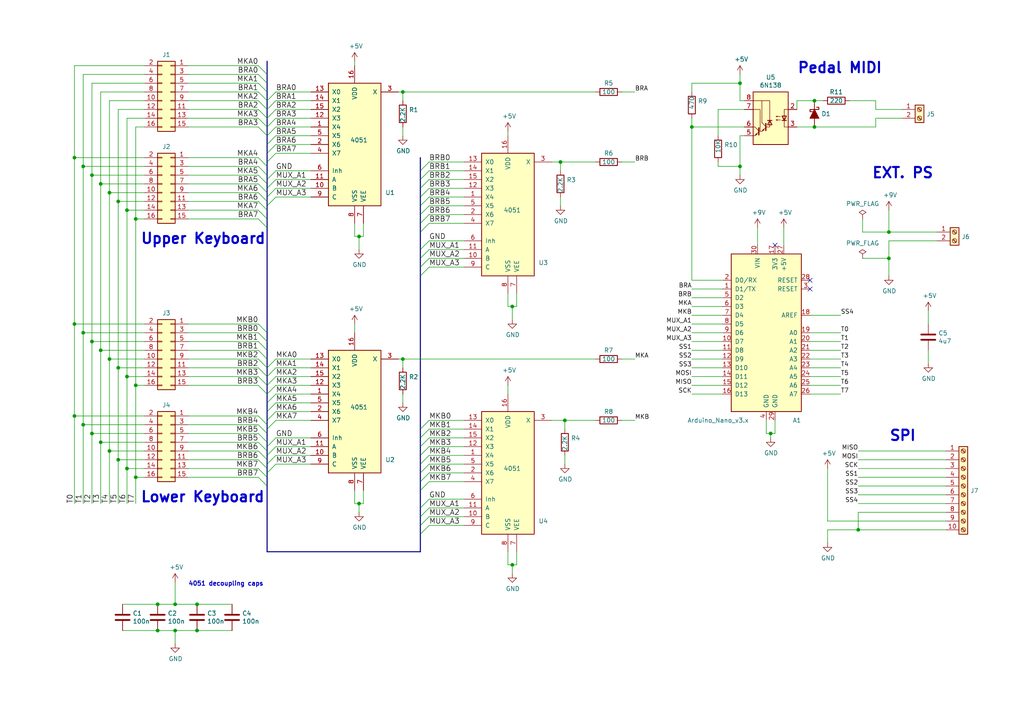
<source format=kicad_sch>
(kicad_sch (version 20211123) (generator eeschema)
  (paper "A4")
  (title_block (title "Keyboards and pedals control") (date "2019-07-22") (rev "1.0") (company "Clone Hammond B3 / setBfree MIDI controls") (comment 1 "SPI may be used to get data from future boards.") (comment 2 "A 9V external power supply may be used instead.") (comment 3 "The board is powered by the Arduino Nano USB (+5V)."))
  (junction (at 50.8 182.88))
  (junction (at 223.52 125.73))
  (junction (at 116.84 104.14))
  (junction (at 200.66 36.83))
  (junction (at 163.83 121.92))
  (junction (at 31.75 104.14))
  (junction (at 39.37 111.76))
  (junction (at 24.13 123.19))
  (junction (at 36.83 60.96))
  (junction (at 39.37 138.43))
  (junction (at 26.67 125.73))
  (junction (at 31.75 130.81))
  (junction (at 24.13 96.52))
  (junction (at 50.8 175.26))
  (junction (at 45.72 175.26))
  (junction (at 162.56 46.99))
  (junction (at 36.83 109.22))
  (junction (at 57.15 182.88))
  (junction (at 236.22 36.83))
  (junction (at 21.59 93.98))
  (junction (at 257.81 74.93))
  (junction (at 26.67 99.06))
  (junction (at 257.81 67.31))
  (junction (at 36.83 135.89))
  (junction (at 214.63 24.13))
  (junction (at 248.92 153.67))
  (junction (at 104.14 68.58))
  (junction (at 148.59 88.9))
  (junction (at 29.21 101.6))
  (junction (at 45.72 182.88))
  (junction (at 34.29 58.42))
  (junction (at 236.22 29.21))
  (junction (at 31.75 55.88))
  (junction (at 21.59 120.65))
  (junction (at 34.29 106.68))
  (junction (at 57.15 175.26))
  (junction (at 26.67 50.8))
  (junction (at 29.21 128.27))
  (junction (at 21.59 45.72))
  (junction (at 214.63 48.26))
  (junction (at 24.13 48.26))
  (junction (at 39.37 63.5))
  (junction (at 116.84 26.67))
  (junction (at 104.14 146.05))
  (junction (at 34.29 133.35))
  (junction (at 148.59 163.83))
  (junction (at 29.21 53.34))
  (no_connect (at 234.95 81.28))
  (no_connect (at 234.95 83.82))
  (no_connect (at 224.79 71.12))
  (bus_entry (at 121.92 142.24) (size 2.54 -2.54))
  (bus_entry (at 121.92 64.77) (size 2.54 -2.54))
  (bus_entry (at 77.47 57.15) (size 2.54 -2.54))
  (bus_entry (at 77.47 132.08) (size 2.54 -2.54))
  (bus_entry (at 74.93 21.59) (size 2.54 2.54))
  (bus_entry (at 77.47 116.84) (size 2.54 -2.54))
  (bus_entry (at 77.47 134.62) (size 2.54 -2.54))
  (bus_entry (at 74.93 123.19) (size 2.54 2.54))
  (bus_entry (at 74.93 45.72) (size 2.54 2.54))
  (bus_entry (at 121.92 134.62) (size 2.54 -2.54))
  (bus_entry (at 74.93 93.98) (size 2.54 2.54))
  (bus_entry (at 74.93 125.73) (size 2.54 2.54))
  (bus_entry (at 77.47 114.3) (size 2.54 -2.54))
  (bus_entry (at 74.93 128.27) (size 2.54 2.54))
  (bus_entry (at 121.92 74.93) (size 2.54 -2.54))
  (bus_entry (at 74.93 99.06) (size 2.54 2.54))
  (bus_entry (at 77.47 137.16) (size 2.54 -2.54))
  (bus_entry (at 77.47 59.69) (size 2.54 -2.54))
  (bus_entry (at 77.47 111.76) (size 2.54 -2.54))
  (bus_entry (at 121.92 139.7) (size 2.54 -2.54))
  (bus_entry (at 77.47 54.61) (size 2.54 -2.54))
  (bus_entry (at 74.93 96.52) (size 2.54 2.54))
  (bus_entry (at 74.93 106.68) (size 2.54 2.54))
  (bus_entry (at 121.92 127) (size 2.54 -2.54))
  (bus_entry (at 74.93 31.75) (size 2.54 2.54))
  (bus_entry (at 77.47 29.21) (size 2.54 -2.54))
  (bus_entry (at 121.92 77.47) (size 2.54 -2.54))
  (bus_entry (at 74.93 101.6) (size 2.54 2.54))
  (bus_entry (at 121.92 54.61) (size 2.54 -2.54))
  (bus_entry (at 77.47 39.37) (size 2.54 -2.54))
  (bus_entry (at 74.93 111.76) (size 2.54 2.54))
  (bus_entry (at 77.47 44.45) (size 2.54 -2.54))
  (bus_entry (at 121.92 154.94) (size 2.54 -2.54))
  (bus_entry (at 77.47 52.07) (size 2.54 -2.54))
  (bus_entry (at 74.93 36.83) (size 2.54 2.54))
  (bus_entry (at 74.93 53.34) (size 2.54 2.54))
  (bus_entry (at 74.93 135.89) (size 2.54 2.54))
  (bus_entry (at 121.92 149.86) (size 2.54 -2.54))
  (bus_entry (at 77.47 124.46) (size 2.54 -2.54))
  (bus_entry (at 74.93 138.43) (size 2.54 2.54))
  (bus_entry (at 121.92 132.08) (size 2.54 -2.54))
  (bus_entry (at 121.92 152.4) (size 2.54 -2.54))
  (bus_entry (at 77.47 36.83) (size 2.54 -2.54))
  (bus_entry (at 74.93 24.13) (size 2.54 2.54))
  (bus_entry (at 121.92 59.69) (size 2.54 -2.54))
  (bus_entry (at 74.93 133.35) (size 2.54 2.54))
  (bus_entry (at 77.47 34.29) (size 2.54 -2.54))
  (bus_entry (at 74.93 60.96) (size 2.54 2.54))
  (bus_entry (at 121.92 72.39) (size 2.54 -2.54))
  (bus_entry (at 121.92 137.16) (size 2.54 -2.54))
  (bus_entry (at 121.92 67.31) (size 2.54 -2.54))
  (bus_entry (at 74.93 19.05) (size 2.54 2.54))
  (bus_entry (at 74.93 26.67) (size 2.54 2.54))
  (bus_entry (at 77.47 109.22) (size 2.54 -2.54))
  (bus_entry (at 121.92 57.15) (size 2.54 -2.54))
  (bus_entry (at 74.93 34.29) (size 2.54 2.54))
  (bus_entry (at 121.92 80.01) (size 2.54 -2.54))
  (bus_entry (at 77.47 31.75) (size 2.54 -2.54))
  (bus_entry (at 74.93 109.22) (size 2.54 2.54))
  (bus_entry (at 121.92 129.54) (size 2.54 -2.54))
  (bus_entry (at 74.93 130.81) (size 2.54 2.54))
  (bus_entry (at 121.92 147.32) (size 2.54 -2.54))
  (bus_entry (at 77.47 106.68) (size 2.54 -2.54))
  (bus_entry (at 74.93 104.14) (size 2.54 2.54))
  (bus_entry (at 74.93 58.42) (size 2.54 2.54))
  (bus_entry (at 77.47 119.38) (size 2.54 -2.54))
  (bus_entry (at 77.47 41.91) (size 2.54 -2.54))
  (bus_entry (at 74.93 48.26) (size 2.54 2.54))
  (bus_entry (at 121.92 62.23) (size 2.54 -2.54))
  (bus_entry (at 77.47 46.99) (size 2.54 -2.54))
  (bus_entry (at 77.47 129.54) (size 2.54 -2.54))
  (bus_entry (at 74.93 120.65) (size 2.54 2.54))
  (bus_entry (at 121.92 52.07) (size 2.54 -2.54))
  (bus_entry (at 74.93 50.8) (size 2.54 2.54))
  (bus_entry (at 74.93 55.88) (size 2.54 2.54))
  (bus_entry (at 77.47 121.92) (size 2.54 -2.54))
  (bus_entry (at 121.92 124.46) (size 2.54 -2.54))
  (bus_entry (at 74.93 63.5) (size 2.54 2.54))
  (bus_entry (at 74.93 29.21) (size 2.54 2.54))
  (bus_entry (at 121.92 49.53) (size 2.54 -2.54))
  (wire (pts (xy 134.62 54.61) (xy 124.46 54.61)))
  (wire (pts (xy 234.95 96.52) (xy 243.84 96.52)))
  (wire (pts (xy 36.83 60.96) (xy 36.83 109.22)))
  (wire (pts (xy 90.17 31.75) (xy 80.01 31.75)))
  (wire (pts (xy 80.01 134.62) (xy 90.17 134.62)))
  (wire (pts (xy 36.83 34.29) (xy 41.91 34.29)))
  (bus (pts (xy 121.92 137.16) (xy 121.92 139.7)))
  (wire (pts (xy 248.92 153.67) (xy 274.32 153.67)))
  (wire (pts (xy 234.95 104.14) (xy 243.84 104.14)))
  (wire (pts (xy 31.75 55.88) (xy 31.75 104.14)))
  (bus (pts (xy 77.47 31.75) (xy 77.47 34.29)))
  (wire (pts (xy 29.21 128.27) (xy 41.91 128.27)))
  (bus (pts (xy 121.92 64.77) (xy 121.92 67.31)))
  (bus (pts (xy 77.47 124.46) (xy 77.47 125.73)))
  (bus (pts (xy 77.47 58.42) (xy 77.47 59.69)))
  (bus (pts (xy 77.47 34.29) (xy 77.47 36.83)))
  (wire (pts (xy 21.59 93.98) (xy 41.91 93.98)))
  (wire (pts (xy 134.62 129.54) (xy 124.46 129.54)))
  (wire (pts (xy 54.61 21.59) (xy 74.93 21.59)))
  (wire (pts (xy 200.66 36.83) (xy 200.66 81.28)))
  (bus (pts (xy 77.47 125.73) (xy 77.47 128.27)))
  (wire (pts (xy 31.75 29.21) (xy 31.75 55.88)))
  (bus (pts (xy 77.47 48.26) (xy 77.47 50.8)))
  (wire (pts (xy 257.81 67.31) (xy 257.81 60.96)))
  (wire (pts (xy 90.17 41.91) (xy 80.01 41.91)))
  (wire (pts (xy 26.67 24.13) (xy 26.67 50.8)))
  (bus (pts (xy 121.92 142.24) (xy 121.92 147.32)))
  (wire (pts (xy 54.61 96.52) (xy 74.93 96.52)))
  (wire (pts (xy 115.57 104.14) (xy 116.84 104.14)))
  (wire (pts (xy 271.78 69.85) (xy 257.81 69.85)))
  (wire (pts (xy 50.8 168.91) (xy 50.8 175.26)))
  (wire (pts (xy 116.84 106.68) (xy 116.84 104.14)))
  (wire (pts (xy 115.57 26.67) (xy 116.84 26.67)))
  (wire (pts (xy 90.17 44.45) (xy 80.01 44.45)))
  (wire (pts (xy 102.87 19.05) (xy 102.87 17.78)))
  (wire (pts (xy 116.84 116.84) (xy 116.84 114.3)))
  (wire (pts (xy 54.61 125.73) (xy 74.93 125.73)))
  (wire (pts (xy 24.13 48.26) (xy 24.13 96.52)))
  (wire (pts (xy 31.75 29.21) (xy 41.91 29.21)))
  (bus (pts (xy 77.47 57.15) (xy 77.47 58.42)))
  (bus (pts (xy 77.47 24.13) (xy 77.47 26.67)))
  (bus (pts (xy 77.47 52.07) (xy 77.47 53.34)))
  (bus (pts (xy 77.47 63.5) (xy 77.47 66.04)))
  (bus (pts (xy 77.47 160.02) (xy 121.92 160.02)))
  (wire (pts (xy 36.83 60.96) (xy 41.91 60.96)))
  (wire (pts (xy 54.61 31.75) (xy 74.93 31.75)))
  (bus (pts (xy 77.47 50.8) (xy 77.47 52.07)))
  (wire (pts (xy 90.17 116.84) (xy 80.01 116.84)))
  (wire (pts (xy 104.14 68.58) (xy 105.41 68.58)))
  (wire (pts (xy 29.21 128.27) (xy 29.21 146.05)))
  (bus (pts (xy 77.47 26.67) (xy 77.47 29.21)))
  (wire (pts (xy 29.21 101.6) (xy 29.21 128.27)))
  (wire (pts (xy 24.13 123.19) (xy 24.13 146.05)))
  (wire (pts (xy 90.17 34.29) (xy 80.01 34.29)))
  (wire (pts (xy 29.21 53.34) (xy 41.91 53.34)))
  (bus (pts (xy 121.92 52.07) (xy 121.92 54.61)))
  (wire (pts (xy 162.56 46.99) (xy 172.72 46.99)))
  (bus (pts (xy 121.92 147.32) (xy 121.92 149.86)))
  (wire (pts (xy 134.62 149.86) (xy 124.46 149.86)))
  (wire (pts (xy 248.92 146.05) (xy 274.32 146.05)))
  (wire (pts (xy 147.32 85.09) (xy 147.32 88.9)))
  (wire (pts (xy 34.29 31.75) (xy 34.29 58.42)))
  (bus (pts (xy 77.47 134.62) (xy 77.47 135.89)))
  (wire (pts (xy 214.63 50.8) (xy 214.63 48.26)))
  (wire (pts (xy 24.13 123.19) (xy 41.91 123.19)))
  (wire (pts (xy 269.24 90.17) (xy 269.24 93.98)))
  (bus (pts (xy 77.47 129.54) (xy 77.47 130.81)))
  (wire (pts (xy 134.62 121.92) (xy 124.46 121.92)))
  (wire (pts (xy 134.62 49.53) (xy 124.46 49.53)))
  (wire (pts (xy 21.59 45.72) (xy 21.59 93.98)))
  (wire (pts (xy 163.83 121.92) (xy 172.72 121.92)))
  (bus (pts (xy 77.47 55.88) (xy 77.47 57.15)))
  (bus (pts (xy 77.47 101.6) (xy 77.47 104.14)))
  (bus (pts (xy 121.92 134.62) (xy 121.92 137.16)))
  (bus (pts (xy 121.92 62.23) (xy 121.92 64.77)))
  (wire (pts (xy 54.61 29.21) (xy 74.93 29.21)))
  (wire (pts (xy 209.55 91.44) (xy 200.66 91.44)))
  (wire (pts (xy 54.61 106.68) (xy 74.93 106.68)))
  (bus (pts (xy 121.92 45.72) (xy 121.92 49.53)))
  (wire (pts (xy 50.8 182.88) (xy 57.15 182.88)))
  (wire (pts (xy 215.9 36.83) (xy 200.66 36.83)))
  (wire (pts (xy 90.17 49.53) (xy 80.01 49.53)))
  (wire (pts (xy 134.62 59.69) (xy 124.46 59.69)))
  (wire (pts (xy 24.13 21.59) (xy 24.13 48.26)))
  (wire (pts (xy 54.61 48.26) (xy 74.93 48.26)))
  (wire (pts (xy 209.55 104.14) (xy 200.66 104.14)))
  (wire (pts (xy 261.62 34.29) (xy 254 34.29)))
  (wire (pts (xy 148.59 88.9) (xy 148.59 92.71)))
  (wire (pts (xy 148.59 163.83) (xy 149.86 163.83)))
  (bus (pts (xy 77.47 135.89) (xy 77.47 137.16)))
  (wire (pts (xy 36.83 109.22) (xy 36.83 135.89)))
  (bus (pts (xy 121.92 59.69) (xy 121.92 62.23)))
  (wire (pts (xy 234.95 106.68) (xy 243.84 106.68)))
  (wire (pts (xy 54.61 45.72) (xy 74.93 45.72)))
  (wire (pts (xy 231.14 36.83) (xy 236.22 36.83)))
  (wire (pts (xy 102.87 64.77) (xy 102.87 68.58)))
  (wire (pts (xy 26.67 50.8) (xy 41.91 50.8)))
  (wire (pts (xy 274.32 143.51) (xy 248.92 143.51)))
  (wire (pts (xy 26.67 50.8) (xy 26.67 99.06)))
  (bus (pts (xy 77.47 130.81) (xy 77.47 132.08)))
  (wire (pts (xy 134.62 127) (xy 124.46 127)))
  (wire (pts (xy 240.03 135.89) (xy 240.03 151.13)))
  (wire (pts (xy 90.17 121.92) (xy 80.01 121.92)))
  (wire (pts (xy 102.87 142.24) (xy 102.87 146.05)))
  (wire (pts (xy 209.55 114.3) (xy 200.66 114.3)))
  (bus (pts (xy 121.92 124.46) (xy 121.92 127)))
  (bus (pts (xy 77.47 116.84) (xy 77.47 119.38)))
  (wire (pts (xy 208.28 31.75) (xy 208.28 39.37)))
  (bus (pts (xy 121.92 139.7) (xy 121.92 142.24)))
  (wire (pts (xy 26.67 24.13) (xy 41.91 24.13)))
  (wire (pts (xy 180.34 104.14) (xy 184.15 104.14)))
  (wire (pts (xy 257.81 80.01) (xy 257.81 74.93)))
  (wire (pts (xy 274.32 133.35) (xy 248.92 133.35)))
  (wire (pts (xy 36.83 135.89) (xy 41.91 135.89)))
  (wire (pts (xy 134.62 152.4) (xy 124.46 152.4)))
  (wire (pts (xy 50.8 186.69) (xy 50.8 182.88)))
  (wire (pts (xy 26.67 125.73) (xy 26.67 146.05)))
  (wire (pts (xy 238.76 29.21) (xy 236.22 29.21)))
  (wire (pts (xy 34.29 133.35) (xy 34.29 146.05)))
  (wire (pts (xy 36.83 135.89) (xy 36.83 146.05)))
  (wire (pts (xy 250.19 63.5) (xy 250.19 67.31)))
  (wire (pts (xy 54.61 101.6) (xy 74.93 101.6)))
  (wire (pts (xy 116.84 39.37) (xy 116.84 36.83)))
  (wire (pts (xy 134.62 147.32) (xy 124.46 147.32)))
  (wire (pts (xy 41.91 111.76) (xy 39.37 111.76)))
  (wire (pts (xy 134.62 74.93) (xy 124.46 74.93)))
  (wire (pts (xy 231.14 29.21) (xy 231.14 31.75)))
  (bus (pts (xy 77.47 114.3) (xy 77.47 116.84)))
  (bus (pts (xy 77.47 54.61) (xy 77.47 55.88)))
  (wire (pts (xy 134.62 137.16) (xy 124.46 137.16)))
  (wire (pts (xy 209.55 106.68) (xy 200.66 106.68)))
  (wire (pts (xy 248.92 135.89) (xy 274.32 135.89)))
  (wire (pts (xy 54.61 36.83) (xy 74.93 36.83)))
  (wire (pts (xy 54.61 53.34) (xy 74.93 53.34)))
  (wire (pts (xy 34.29 106.68) (xy 34.29 133.35)))
  (bus (pts (xy 77.47 66.04) (xy 77.47 96.52)))
  (wire (pts (xy 134.62 144.78) (xy 124.46 144.78)))
  (wire (pts (xy 134.62 134.62) (xy 124.46 134.62)))
  (wire (pts (xy 54.61 104.14) (xy 74.93 104.14)))
  (wire (pts (xy 250.19 74.93) (xy 257.81 74.93)))
  (wire (pts (xy 21.59 120.65) (xy 21.59 146.05)))
  (wire (pts (xy 57.15 175.26) (xy 67.31 175.26)))
  (bus (pts (xy 77.47 121.92) (xy 77.47 123.19)))
  (wire (pts (xy 36.83 109.22) (xy 41.91 109.22)))
  (wire (pts (xy 208.28 46.99) (xy 208.28 48.26)))
  (bus (pts (xy 77.47 119.38) (xy 77.47 121.92)))
  (wire (pts (xy 162.56 57.15) (xy 162.56 59.69)))
  (wire (pts (xy 223.52 125.73) (xy 223.52 127)))
  (wire (pts (xy 90.17 52.07) (xy 80.01 52.07)))
  (bus (pts (xy 77.47 39.37) (xy 77.47 41.91)))
  (wire (pts (xy 234.95 114.3) (xy 243.84 114.3)))
  (wire (pts (xy 31.75 104.14) (xy 31.75 130.81)))
  (wire (pts (xy 234.95 111.76) (xy 243.84 111.76)))
  (wire (pts (xy 90.17 114.3) (xy 80.01 114.3)))
  (wire (pts (xy 134.62 69.85) (xy 124.46 69.85)))
  (wire (pts (xy 34.29 133.35) (xy 41.91 133.35)))
  (wire (pts (xy 104.14 146.05) (xy 105.41 146.05)))
  (wire (pts (xy 147.32 114.3) (xy 147.32 111.76)))
  (wire (pts (xy 163.83 124.46) (xy 163.83 121.92)))
  (bus (pts (xy 77.47 111.76) (xy 77.47 114.3)))
  (wire (pts (xy 160.02 46.99) (xy 162.56 46.99)))
  (wire (pts (xy 104.14 68.58) (xy 104.14 72.39)))
  (wire (pts (xy 90.17 109.22) (xy 80.01 109.22)))
  (wire (pts (xy 200.66 26.67) (xy 200.66 24.13)))
  (wire (pts (xy 24.13 21.59) (xy 41.91 21.59)))
  (wire (pts (xy 124.46 77.47) (xy 134.62 77.47)))
  (wire (pts (xy 35.56 175.26) (xy 45.72 175.26)))
  (wire (pts (xy 257.81 69.85) (xy 257.81 74.93)))
  (wire (pts (xy 54.61 58.42) (xy 74.93 58.42)))
  (wire (pts (xy 54.61 93.98) (xy 74.93 93.98)))
  (wire (pts (xy 45.72 182.88) (xy 50.8 182.88)))
  (wire (pts (xy 246.38 29.21) (xy 254 29.21)))
  (wire (pts (xy 54.61 55.88) (xy 74.93 55.88)))
  (wire (pts (xy 54.61 130.81) (xy 74.93 130.81)))
  (wire (pts (xy 24.13 96.52) (xy 24.13 123.19)))
  (wire (pts (xy 54.61 128.27) (xy 74.93 128.27)))
  (bus (pts (xy 121.92 154.94) (xy 121.92 160.02)))
  (wire (pts (xy 26.67 99.06) (xy 41.91 99.06)))
  (wire (pts (xy 102.87 146.05) (xy 104.14 146.05)))
  (wire (pts (xy 134.62 124.46) (xy 124.46 124.46)))
  (bus (pts (xy 77.47 46.99) (xy 77.47 48.26)))
  (wire (pts (xy 54.61 24.13) (xy 74.93 24.13)))
  (wire (pts (xy 250.19 67.31) (xy 257.81 67.31)))
  (wire (pts (xy 147.32 88.9) (xy 148.59 88.9)))
  (wire (pts (xy 134.62 62.23) (xy 124.46 62.23)))
  (wire (pts (xy 240.03 151.13) (xy 274.32 151.13)))
  (wire (pts (xy 35.56 182.88) (xy 45.72 182.88)))
  (wire (pts (xy 41.91 63.5) (xy 39.37 63.5)))
  (wire (pts (xy 236.22 29.21) (xy 231.14 29.21)))
  (wire (pts (xy 90.17 26.67) (xy 80.01 26.67)))
  (wire (pts (xy 105.41 146.05) (xy 105.41 142.24)))
  (wire (pts (xy 180.34 26.67) (xy 184.15 26.67)))
  (wire (pts (xy 234.95 109.22) (xy 243.84 109.22)))
  (wire (pts (xy 39.37 111.76) (xy 39.37 138.43)))
  (bus (pts (xy 77.47 137.16) (xy 77.47 138.43)))
  (wire (pts (xy 24.13 48.26) (xy 41.91 48.26)))
  (wire (pts (xy 222.25 121.92) (xy 222.25 125.73)))
  (wire (pts (xy 134.62 57.15) (xy 124.46 57.15)))
  (wire (pts (xy 215.9 31.75) (xy 208.28 31.75)))
  (wire (pts (xy 254 34.29) (xy 254 36.83)))
  (wire (pts (xy 104.14 146.05) (xy 104.14 148.59)))
  (wire (pts (xy 34.29 58.42) (xy 34.29 106.68)))
  (bus (pts (xy 121.92 127) (xy 121.92 129.54)))
  (wire (pts (xy 274.32 148.59) (xy 248.92 148.59)))
  (wire (pts (xy 209.55 86.36) (xy 200.66 86.36)))
  (bus (pts (xy 121.92 72.39) (xy 121.92 74.93)))
  (wire (pts (xy 50.8 175.26) (xy 57.15 175.26)))
  (wire (pts (xy 219.71 71.12) (xy 219.71 66.04)))
  (wire (pts (xy 149.86 88.9) (xy 149.86 85.09)))
  (wire (pts (xy 209.55 101.6) (xy 200.66 101.6)))
  (wire (pts (xy 54.61 60.96) (xy 74.93 60.96)))
  (wire (pts (xy 134.62 132.08) (xy 124.46 132.08)))
  (wire (pts (xy 209.55 109.22) (xy 200.66 109.22)))
  (wire (pts (xy 54.61 120.65) (xy 74.93 120.65)))
  (wire (pts (xy 248.92 130.81) (xy 274.32 130.81)))
  (bus (pts (xy 77.47 36.83) (xy 77.47 39.37)))
  (wire (pts (xy 31.75 104.14) (xy 41.91 104.14)))
  (wire (pts (xy 39.37 63.5) (xy 39.37 111.76)))
  (wire (pts (xy 57.15 182.88) (xy 67.31 182.88)))
  (wire (pts (xy 54.61 19.05) (xy 74.93 19.05)))
  (wire (pts (xy 234.95 91.44) (xy 243.84 91.44)))
  (wire (pts (xy 31.75 130.81) (xy 31.75 146.05)))
  (wire (pts (xy 26.67 99.06) (xy 26.67 125.73)))
  (wire (pts (xy 24.13 96.52) (xy 41.91 96.52)))
  (wire (pts (xy 31.75 55.88) (xy 41.91 55.88)))
  (wire (pts (xy 41.91 36.83) (xy 39.37 36.83)))
  (wire (pts (xy 271.78 67.31) (xy 257.81 67.31)))
  (wire (pts (xy 21.59 120.65) (xy 41.91 120.65)))
  (wire (pts (xy 54.61 63.5) (xy 74.93 63.5)))
  (wire (pts (xy 31.75 130.81) (xy 41.91 130.81)))
  (wire (pts (xy 240.03 153.67) (xy 240.03 157.48)))
  (wire (pts (xy 240.03 153.67) (xy 248.92 153.67)))
  (wire (pts (xy 90.17 36.83) (xy 80.01 36.83)))
  (wire (pts (xy 209.55 99.06) (xy 200.66 99.06)))
  (bus (pts (xy 77.47 109.22) (xy 77.47 111.76)))
  (wire (pts (xy 200.66 24.13) (xy 214.63 24.13)))
  (bus (pts (xy 121.92 54.61) (xy 121.92 57.15)))
  (wire (pts (xy 29.21 26.67) (xy 29.21 53.34)))
  (wire (pts (xy 116.84 29.21) (xy 116.84 26.67)))
  (bus (pts (xy 77.47 104.14) (xy 77.47 106.68)))
  (wire (pts (xy 214.63 24.13) (xy 214.63 21.59)))
  (bus (pts (xy 77.47 60.96) (xy 77.47 63.5)))
  (wire (pts (xy 90.17 111.76) (xy 80.01 111.76)))
  (wire (pts (xy 90.17 54.61) (xy 80.01 54.61)))
  (bus (pts (xy 121.92 152.4) (xy 121.92 154.94)))
  (wire (pts (xy 147.32 38.1) (xy 147.32 39.37)))
  (wire (pts (xy 21.59 45.72) (xy 41.91 45.72)))
  (wire (pts (xy 90.17 127) (xy 80.01 127)))
  (bus (pts (xy 77.47 128.27) (xy 77.47 129.54)))
  (wire (pts (xy 80.01 129.54) (xy 90.17 129.54)))
  (wire (pts (xy 200.66 36.83) (xy 200.66 34.29)))
  (bus (pts (xy 121.92 57.15) (xy 121.92 59.69)))
  (wire (pts (xy 234.95 99.06) (xy 243.84 99.06)))
  (bus (pts (xy 121.92 129.54) (xy 121.92 132.08)))
  (wire (pts (xy 90.17 132.08) (xy 80.01 132.08)))
  (wire (pts (xy 147.32 160.02) (xy 147.32 163.83)))
  (wire (pts (xy 54.61 111.76) (xy 74.93 111.76)))
  (wire (pts (xy 102.87 96.52) (xy 102.87 93.98)))
  (wire (pts (xy 134.62 64.77) (xy 124.46 64.77)))
  (wire (pts (xy 274.32 138.43) (xy 248.92 138.43)))
  (bus (pts (xy 77.47 99.06) (xy 77.47 101.6)))
  (wire (pts (xy 215.9 29.21) (xy 214.63 29.21)))
  (wire (pts (xy 21.59 19.05) (xy 41.91 19.05)))
  (wire (pts (xy 209.55 93.98) (xy 200.66 93.98)))
  (wire (pts (xy 54.61 109.22) (xy 74.93 109.22)))
  (wire (pts (xy 116.84 104.14) (xy 172.72 104.14)))
  (wire (pts (xy 90.17 106.68) (xy 80.01 106.68)))
  (wire (pts (xy 209.55 96.52) (xy 200.66 96.52)))
  (wire (pts (xy 116.84 26.67) (xy 172.72 26.67)))
  (wire (pts (xy 54.61 99.06) (xy 74.93 99.06)))
  (wire (pts (xy 214.63 48.26) (xy 214.63 39.37)))
  (wire (pts (xy 45.72 175.26) (xy 50.8 175.26)))
  (wire (pts (xy 234.95 101.6) (xy 243.84 101.6)))
  (wire (pts (xy 200.66 81.28) (xy 209.55 81.28)))
  (wire (pts (xy 134.62 139.7) (xy 124.46 139.7)))
  (bus (pts (xy 77.47 106.68) (xy 77.47 109.22)))
  (wire (pts (xy 29.21 53.34) (xy 29.21 101.6)))
  (wire (pts (xy 214.63 39.37) (xy 215.9 39.37)))
  (wire (pts (xy 160.02 121.92) (xy 163.83 121.92)))
  (bus (pts (xy 77.47 21.59) (xy 77.47 24.13)))
  (wire (pts (xy 227.33 71.12) (xy 227.33 66.04)))
  (wire (pts (xy 254 31.75) (xy 254 29.21)))
  (wire (pts (xy 134.62 52.07) (xy 124.46 52.07)))
  (wire (pts (xy 90.17 57.15) (xy 80.01 57.15)))
  (wire (pts (xy 223.52 125.73) (xy 224.79 125.73)))
  (bus (pts (xy 77.47 96.52) (xy 77.47 99.06)))
  (wire (pts (xy 54.61 34.29) (xy 74.93 34.29)))
  (wire (pts (xy 36.83 34.29) (xy 36.83 60.96)))
  (wire (pts (xy 34.29 106.68) (xy 41.91 106.68)))
  (wire (pts (xy 261.62 31.75) (xy 254 31.75)))
  (wire (pts (xy 41.91 138.43) (xy 39.37 138.43)))
  (wire (pts (xy 148.59 163.83) (xy 148.59 166.37)))
  (bus (pts (xy 77.47 29.21) (xy 77.47 31.75)))
  (wire (pts (xy 39.37 138.43) (xy 39.37 146.05)))
  (wire (pts (xy 34.29 58.42) (xy 41.91 58.42)))
  (wire (pts (xy 248.92 140.97) (xy 274.32 140.97)))
  (bus (pts (xy 121.92 67.31) (xy 121.92 72.39)))
  (bus (pts (xy 121.92 132.08) (xy 121.92 134.62)))
  (wire (pts (xy 54.61 138.43) (xy 74.93 138.43)))
  (bus (pts (xy 77.47 132.08) (xy 77.47 133.35)))
  (bus (pts (xy 77.47 41.91) (xy 77.47 44.45)))
  (wire (pts (xy 209.55 88.9) (xy 200.66 88.9)))
  (wire (pts (xy 148.59 88.9) (xy 149.86 88.9)))
  (wire (pts (xy 209.55 83.82) (xy 200.66 83.82)))
  (bus (pts (xy 121.92 149.86) (xy 121.92 152.4)))
  (bus (pts (xy 77.47 44.45) (xy 77.47 46.99)))
  (wire (pts (xy 54.61 133.35) (xy 74.93 133.35)))
  (wire (pts (xy 102.87 68.58) (xy 104.14 68.58)))
  (bus (pts (xy 77.47 123.19) (xy 77.47 124.46)))
  (bus (pts (xy 77.47 138.43) (xy 77.47 140.97)))
  (bus (pts (xy 77.47 17.78) (xy 77.47 21.59)))
  (wire (pts (xy 180.34 46.99) (xy 184.15 46.99)))
  (wire (pts (xy 180.34 121.92) (xy 184.15 121.92)))
  (wire (pts (xy 54.61 123.19) (xy 74.93 123.19)))
  (wire (pts (xy 29.21 26.67) (xy 41.91 26.67)))
  (wire (pts (xy 90.17 29.21) (xy 80.01 29.21)))
  (wire (pts (xy 105.41 68.58) (xy 105.41 64.77)))
  (wire (pts (xy 90.17 119.38) (xy 80.01 119.38)))
  (wire (pts (xy 124.46 72.39) (xy 134.62 72.39)))
  (wire (pts (xy 54.61 135.89) (xy 74.93 135.89)))
  (wire (pts (xy 147.32 163.83) (xy 148.59 163.83)))
  (wire (pts (xy 134.62 46.99) (xy 124.46 46.99)))
  (wire (pts (xy 209.55 111.76) (xy 200.66 111.76)))
  (wire (pts (xy 29.21 101.6) (xy 41.91 101.6)))
  (wire (pts (xy 21.59 93.98) (xy 21.59 120.65)))
  (bus (pts (xy 121.92 74.93) (xy 121.92 77.47)))
  (wire (pts (xy 236.22 36.83) (xy 254 36.83)))
  (wire (pts (xy 54.61 26.67) (xy 74.93 26.67)))
  (wire (pts (xy 39.37 36.83) (xy 39.37 63.5)))
  (wire (pts (xy 222.25 125.73) (xy 223.52 125.73)))
  (bus (pts (xy 121.92 77.47) (xy 121.92 80.01)))
  (wire (pts (xy 269.24 101.6) (xy 269.24 105.41)))
  (bus (pts (xy 121.92 49.53) (xy 121.92 52.07)))
  (wire (pts (xy 248.92 148.59) (xy 248.92 153.67)))
  (wire (pts (xy 26.67 125.73) (xy 41.91 125.73)))
  (bus (pts (xy 77.47 53.34) (xy 77.47 54.61)))
  (wire (pts (xy 90.17 39.37) (xy 80.01 39.37)))
  (wire (pts (xy 163.83 134.62) (xy 163.83 132.08)))
  (wire (pts (xy 54.61 50.8) (xy 74.93 50.8)))
  (wire (pts (xy 214.63 29.21) (xy 214.63 24.13)))
  (wire (pts (xy 149.86 163.83) (xy 149.86 160.02)))
  (wire (pts (xy 90.17 104.14) (xy 80.01 104.14)))
  (bus (pts (xy 77.47 59.69) (xy 77.47 60.96)))
  (bus (pts (xy 77.47 140.97) (xy 77.47 160.02)))
  (wire (pts (xy 34.29 31.75) (xy 41.91 31.75)))
  (wire (pts (xy 162.56 49.53) (xy 162.56 46.99)))
  (bus (pts (xy 121.92 80.01) (xy 121.92 124.46)))
  (wire (pts (xy 208.28 48.26) (xy 214.63 48.26)))
  (wire (pts (xy 224.79 125.73) (xy 224.79 121.92)))
  (wire (pts (xy 21.59 19.05) (xy 21.59 45.72)))
  (bus (pts (xy 77.47 133.35) (xy 77.47 134.62)))
  (text "SPI" (at 257.81 128.27 0) (effects (font (size 2.9972 2.9972) (thickness 0.5994) bold) (justify left bottom)))
  (text "Pedal MIDI " (at 231.14 21.59 0) (effects (font (size 2.9972 2.9972) (thickness 0.5994) bold) (justify left bottom)))
  (text "EXT. PS" (at 252.73 52.07 0) (effects (font (size 2.9972 2.9972) (thickness 0.5994) bold) (justify left bottom)))
  (text "Lower Keyboard" (at 40.64 146.05 0) (effects (font (size 2.9972 2.9972) (thickness 0.5994) bold) (justify left bottom)))
  (text "4051 decoupling caps" (at 54.61 170.18 0) (effects (font (size 1.27 1.27) (thickness 0.254) bold) (justify left bottom)))
  (text "Upper Keyboard" (at 40.64 71.12 0) (effects (font (size 2.9972 2.9972) (thickness 0.5994) bold) (justify left bottom)))
  (label "GND" (at 80.01 49.53 0) (effects (font (size 1.524 1.524))))
  (label "SS1" (at 248.92 138.43 180))
  (label "T0" (at 243.84 96.52 0))
  (label "MKB" (at 200.66 91.44 180))
  (label "BRA0" (at 80.01 26.67 0) (effects (font (size 1.524 1.524))))
  (label "BRB2" (at 74.93 106.68 180) (effects (font (size 1.524 1.524))))
  (label "MISO" (at 248.92 130.81 180))
  (label "MKA" (at 184.15 104.14 0))
  (label "MUX_A3" (at 124.46 152.4 0) (effects (font (size 1.524 1.524))))
  (label "BRB4" (at 124.46 57.15 0) (effects (font (size 1.524 1.524))))
  (label "MKB4" (at 74.93 120.65 180) (effects (font (size 1.524 1.524))))
  (label "MUX_A2" (at 124.46 74.93 0) (effects (font (size 1.524 1.524))))
  (label "MKB6" (at 124.46 137.16 0) (effects (font (size 1.524 1.524))))
  (label "BRA" (at 200.66 83.82 180))
  (label "MKB7" (at 74.93 135.89 180) (effects (font (size 1.524 1.524))))
  (label "BRB5" (at 124.46 59.69 0) (effects (font (size 1.524 1.524))))
  (label "MUX_A3" (at 124.46 77.47 0) (effects (font (size 1.524 1.524))))
  (label "MKB4" (at 124.46 132.08 0) (effects (font (size 1.524 1.524))))
  (label "MOSI" (at 248.92 133.35 180))
  (label "BRA3" (at 80.01 34.29 0) (effects (font (size 1.524 1.524))))
  (label "MKA7" (at 74.93 60.96 180) (effects (font (size 1.524 1.524))))
  (label "BRB3" (at 74.93 111.76 180) (effects (font (size 1.524 1.524))))
  (label "T1" (at 243.84 99.06 0))
  (label "MKA5" (at 80.01 116.84 0) (effects (font (size 1.524 1.524))))
  (label "GND" (at 124.46 144.78 0) (effects (font (size 1.524 1.524))))
  (label "BRA5" (at 80.01 39.37 0) (effects (font (size 1.524 1.524))))
  (label "MKA6" (at 74.93 55.88 180) (effects (font (size 1.524 1.524))))
  (label "T5" (at 34.29 146.05 90) (effects (font (size 1.524 1.524))))
  (label "MUX_A1" (at 124.46 72.39 0) (effects (font (size 1.524 1.524))))
  (label "SS3" (at 200.66 106.68 180))
  (label "MUX_A2" (at 80.01 132.08 0) (effects (font (size 1.524 1.524))))
  (label "MKB5" (at 74.93 125.73 180) (effects (font (size 1.524 1.524))))
  (label "BRA4" (at 80.01 36.83 0) (effects (font (size 1.524 1.524))))
  (label "BRA6" (at 80.01 41.91 0) (effects (font (size 1.524 1.524))))
  (label "SS4" (at 243.84 91.44 0))
  (label "MKA0" (at 74.93 19.05 180) (effects (font (size 1.524 1.524))))
  (label "BRA7" (at 74.93 63.5 180) (effects (font (size 1.524 1.524))))
  (label "MKB2" (at 124.46 127 0) (effects (font (size 1.524 1.524))))
  (label "MOSI" (at 200.66 109.22 180))
  (label "MKA2" (at 74.93 29.21 180) (effects (font (size 1.524 1.524))))
  (label "SCK" (at 200.66 114.3 180))
  (label "MUX_A1" (at 80.01 52.07 0) (effects (font (size 1.524 1.524))))
  (label "T3" (at 243.84 104.14 0))
  (label "MUX_A1" (at 124.46 147.32 0) (effects (font (size 1.524 1.524))))
  (label "SS2" (at 248.92 140.97 180))
  (label "BRB6" (at 124.46 62.23 0) (effects (font (size 1.524 1.524))))
  (label "T4" (at 243.84 106.68 0))
  (label "T4" (at 31.75 146.05 90) (effects (font (size 1.524 1.524))))
  (label "BRB0" (at 74.93 96.52 180) (effects (font (size 1.524 1.524))))
  (label "T2" (at 26.67 146.05 90) (effects (font (size 1.524 1.524))))
  (label "MKB0" (at 124.46 121.92 0) (effects (font (size 1.524 1.524))))
  (label "BRA2" (at 80.01 31.75 0) (effects (font (size 1.524 1.524))))
  (label "BRA" (at 184.15 26.67 0))
  (label "MKB" (at 184.15 121.92 0))
  (label "BRB" (at 200.66 86.36 180))
  (label "MKA7" (at 80.01 121.92 0) (effects (font (size 1.524 1.524))))
  (label "BRA7" (at 80.01 44.45 0) (effects (font (size 1.524 1.524))))
  (label "SS3" (at 248.92 143.51 180))
  (label "MKA" (at 200.66 88.9 180))
  (label "BRB0" (at 124.46 46.99 0) (effects (font (size 1.524 1.524))))
  (label "MKB5" (at 124.46 134.62 0) (effects (font (size 1.524 1.524))))
  (label "MKA1" (at 74.93 24.13 180) (effects (font (size 1.524 1.524))))
  (label "MUX_A2" (at 124.46 149.86 0) (effects (font (size 1.524 1.524))))
  (label "BRB5" (at 74.93 128.27 180) (effects (font (size 1.524 1.524))))
  (label "MKA0" (at 80.01 104.14 0) (effects (font (size 1.524 1.524))))
  (label "MKA2" (at 80.01 109.22 0) (effects (font (size 1.524 1.524))))
  (label "SS4" (at 248.92 146.05 180))
  (label "BRA6" (at 74.93 58.42 180) (effects (font (size 1.524 1.524))))
  (label "MKB1" (at 124.46 124.46 0) (effects (font (size 1.524 1.524))))
  (label "BRB1" (at 74.93 101.6 180) (effects (font (size 1.524 1.524))))
  (label "T6" (at 36.83 146.05 90) (effects (font (size 1.524 1.524))))
  (label "MKB7" (at 124.46 139.7 0) (effects (font (size 1.524 1.524))))
  (label "T7" (at 243.84 114.3 0))
  (label "MUX_A1" (at 200.66 93.98 180))
  (label "BRB3" (at 124.46 54.61 0) (effects (font (size 1.524 1.524))))
  (label "T1" (at 24.13 146.05 90) (effects (font (size 1.524 1.524))))
  (label "MKA6" (at 80.01 119.38 0) (effects (font (size 1.524 1.524))))
  (label "MKB2" (at 74.93 104.14 180) (effects (font (size 1.524 1.524))))
  (label "MKB6" (at 74.93 130.81 180) (effects (font (size 1.524 1.524))))
  (label "BRB7" (at 124.46 64.77 0) (effects (font (size 1.524 1.524))))
  (label "MKB3" (at 124.46 129.54 0) (effects (font (size 1.524 1.524))))
  (label "SS1" (at 200.66 101.6 180))
  (label "GND" (at 80.01 127 0) (effects (font (size 1.524 1.524))))
  (label "T6" (at 243.84 111.76 0))
  (label "BRA3" (at 74.93 36.83 180) (effects (font (size 1.524 1.524))))
  (label "SCK" (at 248.92 135.89 180))
  (label "MUX_A2" (at 200.66 96.52 180))
  (label "MISO" (at 200.66 111.76 180))
  (label "T2" (at 243.84 101.6 0))
  (label "T3" (at 29.21 146.05 90) (effects (font (size 1.524 1.524))))
  (label "BRA0" (at 74.93 21.59 180) (effects (font (size 1.524 1.524))))
  (label "MUX_A1" (at 80.01 129.54 0) (effects (font (size 1.524 1.524))))
  (label "T7" (at 39.37 146.05 90) (effects (font (size 1.524 1.524))))
  (label "T0" (at 21.59 146.05 90) (effects (font (size 1.524 1.524))))
  (label "BRA1" (at 80.01 29.21 0) (effects (font (size 1.524 1.524))))
  (label "BRA5" (at 74.93 53.34 180) (effects (font (size 1.524 1.524))))
  (label "BRB7" (at 74.93 138.43 180) (effects (font (size 1.524 1.524))))
  (label "MKA4" (at 74.93 45.72 180) (effects (font (size 1.524 1.524))))
  (label "MKA5" (at 74.93 50.8 180) (effects (font (size 1.524 1.524))))
  (label "MKB1" (at 74.93 99.06 180) (effects (font (size 1.524 1.524))))
  (label "MUX_A3" (at 200.66 99.06 180))
  (label "MUX_A2" (at 80.01 54.61 0) (effects (font (size 1.524 1.524))))
  (label "MKA3" (at 80.01 111.76 0) (effects (font (size 1.524 1.524))))
  (label "MKB3" (at 74.93 109.22 180) (effects (font (size 1.524 1.524))))
  (label "BRA4" (at 74.93 48.26 180) (effects (font (size 1.524 1.524))))
  (label "BRA2" (at 74.93 31.75 180) (effects (font (size 1.524 1.524))))
  (label "BRB6" (at 74.93 133.35 180) (effects (font (size 1.524 1.524))))
  (label "MKA3" (at 74.93 34.29 180) (effects (font (size 1.524 1.524))))
  (label "MKA1" (at 80.01 106.68 0) (effects (font (size 1.524 1.524))))
  (label "MKB0" (at 74.93 93.98 180) (effects (font (size 1.524 1.524))))
  (label "BRB2" (at 124.46 52.07 0) (effects (font (size 1.524 1.524))))
  (label "BRB1" (at 124.46 49.53 0) (effects (font (size 1.524 1.524))))
  (label "GND" (at 124.46 69.85 0) (effects (font (size 1.524 1.524))))
  (label "T5" (at 243.84 109.22 0))
  (label "BRA1" (at 74.93 26.67 180) (effects (font (size 1.524 1.524))))
  (label "MUX_A3" (at 80.01 57.15 0) (effects (font (size 1.524 1.524))))
  (label "BRB" (at 184.15 46.99 0))
  (label "MUX_A3" (at 80.01 134.62 0) (effects (font (size 1.524 1.524))))
  (label "SS2" (at 200.66 104.14 180))
  (label "MKA4" (at 80.01 114.3 0) (effects (font (size 1.524 1.524))))
  (label "BRB4" (at 74.93 123.19 180) (effects (font (size 1.524 1.524))))
  (symbol (lib_id "power:+5V") (at 102.87 17.78 0) (unit 1)
    (property "Reference" "#PWR01" (effects hide))
    (property "Value" "+5V" (at 103.251 13.3858 0))
  )
  (symbol (lib_id "power:+5V") (at 102.87 93.98 0) (unit 1)
    (property "Reference" "#PWR02" (effects hide))
    (property "Value" "+5V" (at 103.251 89.5858 0))
  )
  (symbol (lib_id "power:+5V") (at 147.32 38.1 0) (unit 1)
    (property "Reference" "#PWR07" (effects hide))
    (property "Value" "+5V" (at 147.701 33.7058 0))
  )
  (symbol (lib_id "power:+5V") (at 147.32 111.76 0) (unit 1)
    (property "Reference" "#PWR08" (effects hide))
    (property "Value" "+5V" (at 147.701 107.3658 0))
  )
  (symbol (lib_id "power:GND") (at 104.14 72.39 0) (unit 1)
    (property "Reference" "#PWR03" (effects hide))
    (property "Value" "GND" (at 104.267 76.7842 0))
  )
  (symbol (lib_id "power:GND") (at 148.59 92.71 0) (unit 1)
    (property "Reference" "#PWR09" (effects hide))
    (property "Value" "GND" (at 148.717 97.1042 0))
  )
  (symbol (lib_id "power:GND") (at 104.14 148.59 0) (unit 1)
    (property "Reference" "#PWR04" (effects hide))
    (property "Value" "GND" (at 104.267 152.9842 0))
  )
  (symbol (lib_id "Device:R") (at 208.28 43.18 0) (unit 1)
    (property "Reference" "R10" (at 210.058 42.0116 0) (effects (justify left)))
    (property "Value" "10K" (at 208.28 44.45 90) (effects (justify left)))
    (property "Footprint" "Resistor_SMD:R_2010_5025Metric_Pad1.52x2.65mm_HandSolder" (effects hide))
    (property "Datasheet" "https://fr.farnell.com/panasonic/erj12zyj103u/res-couche-epaisse-10k-5-0-75w/dp/2323924" (effects hide))
  )
  (symbol (lib_id "power:GND") (at 148.59 166.37 0) (unit 1)
    (property "Reference" "#PWR010" (effects hide))
    (property "Value" "GND" (at 148.717 170.7642 0))
  )
  (symbol (lib_id "Isolator:6N138") (at 223.52 34.29 0) (mirror y) (unit 1)
    (property "Reference" "U5" (at 223.52 22.4282 0))
    (property "Value" "6N138" (at 223.52 24.7396 0))
    (property "Footprint" "Package_DIP:DIP-8_W7.62mm" (effects hide))
    (property "Datasheet" "https://fr.farnell.com/toshiba/6n138/optocoupleur-sortie-darlington/dp/1225822?st=6N138" (effects hide))
  )
  (symbol (lib_id "Device:R") (at 116.84 33.02 0) (unit 1)
    (property "Reference" "R1" (at 118.618 31.8516 0) (effects (justify left)))
    (property "Value" "2.2K" (at 116.84 35.56 90) (effects (justify left)))
    (property "Footprint" "Resistor_SMD:R_2010_5025Metric_Pad1.52x2.65mm_HandSolder" (effects hide))
    (property "Datasheet" "https://fr.farnell.com/tt-electronics-welwyn/asc2010-2k2ft4/res-couche-epaisse-2-2k-1-0-75w/dp/2081826" (effects hide))
  )
  (symbol (lib_id "power:GND") (at 116.84 39.37 0) (unit 1)
    (property "Reference" "#PWR05" (effects hide))
    (property "Value" "GND" (at 116.967 43.7642 0))
  )
  (symbol (lib_id "Device:R") (at 176.53 26.67 270) (unit 1)
    (property "Reference" "R5" (at 176.53 24.13 90))
    (property "Value" "100" (at 176.53 26.67 90))
    (property "Footprint" "Resistor_SMD:R_2010_5025Metric_Pad1.52x2.65mm_HandSolder" (effects hide))
    (property "Datasheet" "https://fr.farnell.com/vishay/crcw2010100rfkef/res-couche-epaisse-100r-1-0-75w/dp/1653191" (effects hide))
  )
  (symbol (lib_id "power:GND") (at 214.63 50.8 0) (unit 1)
    (property "Reference" "#PWR014" (effects hide))
    (property "Value" "GND" (at 214.757 55.1942 0))
  )
  (symbol (lib_id "power:GND") (at 223.52 127 0) (unit 1)
    (property "Reference" "#PWR016" (effects hide))
    (property "Value" "GND" (at 223.647 131.3942 0))
  )
  (symbol (lib_id "Connector_Generic:Conn_02x08_Odd_Even") (at 49.53 26.67 0) (mirror y) (unit 1)
    (property "Reference" "J1" (at 48.26 15.875 0))
    (property "Value" "Conn_02x08_Odd_Even" (effects hide))
    (property "Footprint" "Connector_Multicomp:Multicomp_MC9A12-1634_2x08_P2.54mm_Vertical" (effects hide))
    (property "Datasheet" "https://fr.farnell.com/multicomp/mc-254-16-00-st-dip/connect-header-16-voies-2-rangs/dp/2843530" (effects hide))
  )
  (symbol (lib_id "power:+5V") (at 214.63 21.59 0) (unit 1)
    (property "Reference" "#PWR013" (effects hide))
    (property "Value" "+5V" (at 215.011 17.1958 0))
  )
  (symbol (lib_id "power:GND") (at 162.56 59.69 0) (unit 1)
    (property "Reference" "#PWR011" (effects hide))
    (property "Value" "GND" (at 162.687 64.0842 0))
  )
  (symbol (lib_id "Device:R") (at 242.57 29.21 270) (unit 1)
    (property "Reference" "R11" (at 242.57 26.67 90))
    (property "Value" "220" (at 242.57 29.21 90))
    (property "Footprint" "Resistor_SMD:R_2010_5025Metric_Pad1.52x2.65mm_HandSolder" (effects hide))
    (property "Datasheet" "https://fr.farnell.com/panasonic/erj12zyj221u/res-couche-epaisse-220r-5-0-75w/dp/2323950" (effects hide))
  )
  (symbol (lib_id "power:+9V") (at 219.71 66.04 0) (unit 1)
    (property "Reference" "#PWR015" (effects hide))
    (property "Value" "+9V" (at 220.091 61.6458 0))
  )
  (symbol (lib_id "power:+5V") (at 227.33 66.04 0) (unit 1)
    (property "Reference" "#PWR017" (effects hide))
    (property "Value" "+5V" (at 227.711 61.6458 0))
  )
  (symbol (lib_id "power:+5V") (at 269.24 90.17 0) (unit 1)
    (property "Reference" "#PWR022" (effects hide))
    (property "Value" "+5V" (at 269.621 85.7758 0))
  )
  (symbol (lib_id "power:GND") (at 269.24 105.41 0) (unit 1)
    (property "Reference" "#PWR023" (effects hide))
    (property "Value" "GND" (at 269.367 109.8042 0))
  )
  (symbol (lib_id "Connector_Generic:Conn_02x08_Odd_Even") (at 49.53 53.34 0) (mirror y) (unit 1)
    (property "Reference" "J2" (at 48.26 42.545 0))
    (property "Value" "Conn_02x08_Odd_Even" (effects hide))
    (property "Footprint" "Connector_Multicomp:Multicomp_MC9A12-1634_2x08_P2.54mm_Vertical" (effects hide))
    (property "Datasheet" "https://fr.farnell.com/multicomp/mc-254-16-00-st-dip/connect-header-16-voies-2-rangs/dp/2843530" (effects hide))
  )
  (symbol (lib_id "Connector_Generic:Conn_02x08_Odd_Even") (at 49.53 101.6 0) (mirror y) (unit 1)
    (property "Reference" "J3" (at 48.26 90.805 0))
    (property "Value" "Conn_02x08_Odd_Even" (effects hide))
    (property "Footprint" "Connector_Multicomp:Multicomp_MC9A12-1634_2x08_P2.54mm_Vertical" (effects hide))
    (property "Datasheet" "https://fr.farnell.com/multicomp/mc-254-16-00-st-dip/connect-header-16-voies-2-rangs/dp/2843530" (effects hide))
  )
  (symbol (lib_id "Connector_Generic:Conn_02x08_Odd_Even") (at 49.53 128.27 0) (mirror y) (unit 1)
    (property "Reference" "J4" (at 48.26 117.475 0))
    (property "Value" "Conn_02x08_Odd_Even" (effects hide))
    (property "Footprint" "Connector_Multicomp:Multicomp_MC9A12-1634_2x08_P2.54mm_Vertical" (effects hide))
    (property "Datasheet" "https://fr.farnell.com/multicomp/mc-254-16-00-st-dip/connect-header-16-voies-2-rangs/dp/2843530" (effects hide))
  )
  (symbol (lib_id "power:GND") (at 116.84 116.84 0) (unit 1)
    (property "Reference" "#PWR06" (effects hide))
    (property "Value" "GND" (at 116.967 121.2342 0))
  )
  (symbol (lib_id "Device:R") (at 162.56 53.34 0) (unit 1)
    (property "Reference" "R3" (at 164.338 52.1716 0) (effects (justify left)))
    (property "Value" "2.2K" (at 162.56 55.88 90) (effects (justify left)))
    (property "Footprint" "Resistor_SMD:R_2010_5025Metric_Pad1.52x2.65mm_HandSolder" (effects hide))
    (property "Datasheet" "https://fr.farnell.com/tt-electronics-welwyn/asc2010-2k2ft4/res-couche-epaisse-2-2k-1-0-75w/dp/2081826" (effects hide))
  )
  (symbol (lib_id "Device:R") (at 116.84 110.49 0) (unit 1)
    (property "Reference" "R2" (at 118.618 109.3216 0) (effects (justify left)))
    (property "Value" "2.2K" (at 116.84 113.03 90) (effects (justify left)))
    (property "Footprint" "Resistor_SMD:R_2010_5025Metric_Pad1.52x2.65mm_HandSolder" (effects hide))
    (property "Datasheet" "https://fr.farnell.com/tt-electronics-welwyn/asc2010-2k2ft4/res-couche-epaisse-2-2k-1-0-75w/dp/2081826" (effects hide))
  )
  (symbol (lib_id "Device:R") (at 163.83 128.27 0) (unit 1)
    (property "Reference" "R4" (at 165.608 127.1016 0) (effects (justify left)))
    (property "Value" "2.2K" (at 163.83 130.81 90) (effects (justify left)))
    (property "Footprint" "Resistor_SMD:R_2010_5025Metric_Pad1.52x2.65mm_HandSolder" (effects hide))
    (property "Datasheet" "https://fr.farnell.com/tt-electronics-welwyn/asc2010-2k2ft4/res-couche-epaisse-2-2k-1-0-75w/dp/2081826" (effects hide))
  )
  (symbol (lib_id "Device:R") (at 176.53 46.99 270) (unit 1)
    (property "Reference" "R6" (at 176.53 44.45 90))
    (property "Value" "100" (at 176.53 46.99 90))
    (property "Footprint" "Resistor_SMD:R_2010_5025Metric_Pad1.52x2.65mm_HandSolder" (effects hide))
    (property "Datasheet" "https://fr.farnell.com/vishay/crcw2010100rfkef/res-couche-epaisse-100r-1-0-75w/dp/1653191" (effects hide))
  )
  (symbol (lib_id "Device:R") (at 176.53 104.14 270) (unit 1)
    (property "Reference" "R7" (at 176.53 101.6 90))
    (property "Value" "100" (at 176.53 104.14 90))
    (property "Footprint" "Resistor_SMD:R_2010_5025Metric_Pad1.52x2.65mm_HandSolder" (effects hide))
    (property "Datasheet" "https://fr.farnell.com/vishay/crcw2010100rfkef/res-couche-epaisse-100r-1-0-75w/dp/1653191" (effects hide))
  )
  (symbol (lib_id "Device:R") (at 176.53 121.92 270) (unit 1)
    (property "Reference" "R8" (at 176.53 119.38 90))
    (property "Value" "100" (at 176.53 121.92 90))
    (property "Footprint" "Resistor_SMD:R_2010_5025Metric_Pad1.52x2.65mm_HandSolder" (effects hide))
    (property "Datasheet" "https://fr.farnell.com/vishay/crcw2010100rfkef/res-couche-epaisse-100r-1-0-75w/dp/1653191" (effects hide))
  )
  (symbol (lib_id "Device:D_Schottky_ALT") (at 236.22 33.02 270) (unit 1)
    (property "Reference" "D1" (at 238.2266 33.02 90) (effects (justify left)))
    (property "Value" "D_Schottky_ALT" (effects hide))
    (property "Footprint" "Resistors_SMD:R_2010_HandSoldering" (effects hide))
    (property "Datasheet" "https://fr.farnell.com/on-semiconductor/mbra140t3g/diode-schottky-1a-40v/dp/9555986?st=MBRA140T3G" (effects hide))
  )
  (symbol (lib_id "Device:C") (at 45.72 179.07 0) (unit 1)
    (property "Reference" "C2" (at 48.641 177.9016 0) (effects (justify left)))
    (property "Value" "100n" (at 48.641 180.213 0) (effects (justify left)))
    (property "Footprint" "Capacitor_SMD:C_0805_2012Metric_Pad1.15x1.40mm_HandSolder" (effects hide))
    (property "Datasheet" "https://fr.farnell.com/kemet/c0805c104k5ractu/condensateur-0-1-f-50v-10-x7r/dp/1414664RL" (effects hide))
  )
  (symbol (lib_id "Device:C") (at 57.15 179.07 0) (unit 1)
    (property "Reference" "C3" (at 60.071 177.9016 0) (effects (justify left)))
    (property "Value" "100n" (at 60.071 180.213 0) (effects (justify left)))
    (property "Footprint" "Capacitor_SMD:C_0805_2012Metric_Pad1.15x1.40mm_HandSolder" (effects hide))
    (property "Datasheet" "https://fr.farnell.com/kemet/c0805c104k5ractu/condensateur-0-1-f-50v-10-x7r/dp/1414664RL" (effects hide))
  )
  (symbol (lib_id "Device:C") (at 67.31 179.07 0) (unit 1)
    (property "Reference" "C4" (at 70.231 177.9016 0) (effects (justify left)))
    (property "Value" "100n" (at 70.231 180.213 0) (effects (justify left)))
    (property "Footprint" "Capacitor_SMD:C_0805_2012Metric_Pad1.15x1.40mm_HandSolder" (effects hide))
    (property "Datasheet" "https://fr.farnell.com/kemet/c0805c104k5ractu/condensateur-0-1-f-50v-10-x7r/dp/1414664RL" (effects hide))
  )
  (symbol (lib_id "Device:C") (at 269.24 97.79 0) (unit 1)
    (property "Reference" "C5" (at 272.161 96.6216 0) (effects (justify left)))
    (property "Value" "4u7" (at 272.161 98.933 0) (effects (justify left)))
    (property "Footprint" "Capacitor_SMD:C_1206_3216Metric_Pad1.42x1.75mm_HandSolder" (effects hide))
    (property "Datasheet" "https://fr.farnell.com/kemet/c1206c475k5pactu/condensateur-4-7-f-50v-10-x5r/dp/1572637" (effects hide))
  )
  (symbol (lib_id "Device:C") (at 35.56 179.07 0) (unit 1)
    (property "Reference" "C1" (at 38.481 177.9016 0) (effects (justify left)))
    (property "Value" "100n" (at 38.481 180.213 0) (effects (justify left)))
    (property "Footprint" "Capacitor_SMD:C_0805_2012Metric_Pad1.15x1.40mm_HandSolder" (effects hide))
    (property "Datasheet" "https://fr.farnell.com/kemet/c0805c104k5ractu/condensateur-0-1-f-50v-10-x7r/dp/1414664RL" (effects hide))
  )
  (symbol (lib_id "power:+5V") (at 50.8 168.91 0) (unit 1)
    (property "Reference" "#PWR020" (effects hide))
    (property "Value" "+5V" (at 51.181 164.5158 0))
  )
  (symbol (lib_id "power:GND") (at 50.8 186.69 0) (unit 1)
    (property "Reference" "#PWR021" (effects hide))
    (property "Value" "GND" (at 50.927 191.0842 0))
  )
  (symbol (lib_id "power:GND") (at 163.83 134.62 0) (unit 1)
    (property "Reference" "#PWR012" (effects hide))
    (property "Value" "GND" (at 163.957 139.0142 0))
  )
  (symbol (lib_id "Device:R") (at 200.66 30.48 0) (unit 1)
    (property "Reference" "R9" (at 202.438 29.3116 0) (effects (justify left)))
    (property "Value" "470" (at 200.66 31.75 90) (effects (justify left)))
    (property "Footprint" "Resistor_SMD:R_2010_5025Metric_Pad1.52x2.65mm_HandSolder" (effects hide))
    (property "Datasheet" "https://fr.farnell.com/panasonic/erj12zyj471u/res-couche-epaisse-470r-5-0-75w/dp/2323976" (effects hide))
  )
  (symbol (lib_id "4xxx:4051") (at 102.87 41.91 0) (unit 1)
    (property "Reference" "U1" (at 111.76 55.88 0) (effects (justify left)))
    (property "Value" "4051" (at 101.6 40.64 0) (effects (justify left)))
    (property "Footprint" "Package_DIP:DIP-16_W7.62mm" (effects hide))
    (property "Datasheet" "https://fr.farnell.com/texas-instruments/cd4051be/ci-logique-serie-4000/dp/1106109?st=CD4051BE%20.#" (effects hide))
  )
  (symbol (lib_id "4xxx:4051") (at 102.87 119.38 0) (unit 1)
    (property "Reference" "U2" (at 111.76 133.35 0) (effects (justify left)))
    (property "Value" "4051" (at 101.6 118.11 0) (effects (justify left)))
    (property "Footprint" "Package_DIP:DIP-16_W7.62mm" (effects hide))
    (property "Datasheet" "https://fr.farnell.com/texas-instruments/cd4051be/ci-logique-serie-4000/dp/1106109?st=CD4051BE%20.#" (effects hide))
  )
  (symbol (lib_id "4xxx:4051") (at 147.32 62.23 0) (unit 1)
    (property "Reference" "U3" (at 156.21 76.2 0) (effects (justify left)))
    (property "Value" "4051" (at 146.05 60.96 0) (effects (justify left)))
    (property "Footprint" "Package_DIP:DIP-16_W7.62mm" (effects hide))
    (property "Datasheet" "https://fr.farnell.com/texas-instruments/cd4051be/ci-logique-serie-4000/dp/1106109?st=CD4051BE%20.#" (effects hide))
  )
  (symbol (lib_id "4xxx:4051") (at 147.32 137.16 0) (unit 1)
    (property "Reference" "U4" (at 156.21 151.13 0) (effects (justify left)))
    (property "Value" "4051" (at 146.05 135.89 0) (effects (justify left)))
    (property "Footprint" "Package_DIP:DIP-16_W7.62mm" (effects hide))
    (property "Datasheet" "https://fr.farnell.com/texas-instruments/cd4051be/ci-logique-serie-4000/dp/1106109?st=CD4051BE%20.#" (effects hide))
  )
  (symbol (lib_id "keyboards-rescue:Arduino_Nano_v3.x-MCU_Module-keyboards_pedals-rescue") (at 222.25 96.52 0) (unit 1)
    (property "Reference" "A1" (at 231.14 121.92 0))
    (property "Value" "Arduino_Nano_v3.x" (at 208.28 121.92 0))
    (property "Footprint" "Arduino:Arduino_Nano_Every" (effects hide))
    (property "Datasheet" "http://www.mouser.com/pdfdocs/Gravitech_Arduino_Nano3_0.pdf" (effects hide))
  )
  (symbol (lib_id "Connector:Screw_Terminal_01x10") (at 279.4 140.97 0) (unit 1)
    (property "Reference" "J7" (at 281.432 142.3416 0) (effects (justify left)))
    (property "Value" "Screw_Terminal_01x10" (effects hide))
    (property "Footprint" "TerminalBlock_Phoenix:TerminalBlock_Phoenix_MPT-0,5-10-2.54_1x10_P2.54mm_Horizontal" (effects hide))
    (property "Datasheet" "https://fr.farnell.com/phoenix-contact/mpt-0-5-10-2-54/bornier-standard-10p-26-20awg/dp/2314962?pf=210178988%2C213166482&mf=100155&krypto=rkL5J6b7kuh0D2fXU4OF5fZKuav119hJSLqLNY99xty3xX3ZFiofx5CxVVNSYPq585mJATkMjgBf%2BfQXvn0zi%2F3AwK%2BKWtATHTmKgz2XK0Es%2BbEEKWi%2FxZgF0%2Fhxdnzj6yIMOBOyJI6F2j4%2FROPvpt6dOD0h9hPScl9bmDQ7ndYWULBlyvaDpwZXyoaPb6ie4AwsBStk7MtfvdR%2F00pwrO2%2FzZHhV%2Fccopd%2B9gZ0vFI8eqjEbNQ9DFr%2BQwmgy2Kkpg7WvZM6XiAMNhncJ%2B5Vcx7q3WWqmelO1VC%2FVwOFmjv3KYmRku6vTIUF84lU%2F28sMY9TOsk9AWrdI0aieumRigOeGP%2BJHTqYWFe7ZtnHsNBbMSxxid9RLjMXlR11blCRXC9jZDGnjT3UX%2BUWF7S9HjKxmZAtP%2BlEq2BLGnlC57zCBvNIbmv3TWYJPO1fRLuFPAjd%2F8BrPDjMBjZYE2lljxJMDdLd%2BflxMrF%2Bfl0tYTZKjPPLZHoIsOJplKBG0i5EI%2FkF0x4hKy5B8nGoX6VQD6divTXIQGIirECu8ba6VZjY2tohqAjb5eyOnlhGIGKjuIW9N3Fcmmhc92fnYB%2Bq6VyNKLqJAA4EZleMPaA7kyljasgBMBx6ZqntRBmja8JKqoT4qvunGsF4Mv40rSbwfS%2Frp2upKKEGbZk8ZZOVa5c3tEPtQP%2BHyplv8veQqkGKrHF60hnh6FHJ4Tx%2FEmkwbnh7Mo6g4VT6vmXOYGjOAEsGXEipmz7FdEpQ9lkTFGHTau8S1GhFHvrhgiyKx%2Ba%2BJcPgqpcLlVTAPDtTerG7NTchNhtHLI8oW2II3Sz6LcE5yk%2BYzdNxwGlPo%2Fbf1NJ5ka%2FHTOWyy7Gobxb3EwKL3t%2FtUACxaKCTNCejZ0wF3SJnD%2BPzMRmPgoLgJLICov2VOPJ%2Bzx6X4FWh3MOTDcZH1pjYJb6E3E5w%2FAMhHl2HOA6dmerjRXpv6mQoRji22FF4RJe3WtylbitTm%2FoJ1ftHz7a%2BbR4uMQoEFB%2BG8kAzKIsKFi2NM%2FJU0HnEuPOJ9%2F0J5Pib1%2BirjDPrZXFn3HsioCS3eemyo9BZSVkD0PD5Q8LkbSPz2%2B33IbfSx3F96HQhPQlQ9qNfvnxq%2F3ued9CtjMjFS0M8yShcgO6gF4VBInnxhqB%2FKEX1xcaj3HSm%2BQJrC%2Fx65lSC2Mgy06jt07eb9ubHIuh1Vwp%2Fw%2FQ%2BaIdEXscmqnM%2F3yWuWzDLlXwvp6AtIgkjOMvnd2SSJ%2FaYGN%2FKsmz6KIAWSAsqI5tXvn9XOg1%2BMb9ApDo8qUANxe0QRAFqUk2mRn3Ud9HTgzT%2BCfstUXXufAa6%2BiHMNlJlzqGnX5DZKDRkAR3TsYOaVArniMKTUPuRTESTwVPToBMrKRHOn5Slte38hZ29Ef9bpLJ%2FmCa%2FjEIixTE9zmvLbPxztBFCCAmpmpqhhrySXL5jBvXxa%2B0BfdNYKJPKLKlVxrfoFZ8sikhD%2BI2P5xiw1yUcvgLnvhsDWfw8ToPZO20ojpkPxDOvfJtneGxBt5fAYOORR8newSog0N%2BjfUVtRpLg9R3Nhp0xMcxkvrU%2BFYPhFA7rzrM%3D&ddkey=https%3Afr-FR%2FElement14_France%2Fw%2Fc%2Fconnecteurs%2Fborniers-accessoires%2Fborniers-fil-a-carte" (effects hide))
  )
  (symbol (lib_id "Connector:Screw_Terminal_01x02") (at 276.86 67.31 0) (unit 1)
    (property "Reference" "J6" (at 278.892 68.6816 0) (effects (justify left)))
    (property "Value" "Screw_Terminal_01x02" (effects hide))
    (property "Footprint" "TerminalBlock_Phoenix:TerminalBlock_Phoenix_MPT-0,5-2-2.54_1x02_P2.54mm_Horizontal" (effects hide))
    (property "Datasheet" "https://fr.farnell.com/phoenix-contact/1725656/bornier-sur-ci-2v-2-54mm/dp/3041359?st=1725656" (effects hide))
  )
  (symbol (lib_id "Connector:Screw_Terminal_01x02") (at 266.7 31.75 0) (unit 1)
    (property "Reference" "J5" (at 268.732 33.1216 0) (effects (justify left)))
    (property "Value" "Screw_Terminal_01x02" (effects hide))
    (property "Footprint" "TerminalBlock_Phoenix:TerminalBlock_Phoenix_MPT-0,5-2-2.54_1x02_P2.54mm_Horizontal" (effects hide))
    (property "Datasheet" "https://fr.farnell.com/phoenix-contact/1725656/bornier-sur-ci-2v-2-54mm/dp/3041359?st=1725656" (effects hide))
  )
  (symbol (lib_id "power:+9V") (at 257.81 60.96 0) (unit 1)
    (property "Reference" "#PWR018" (effects hide))
    (property "Value" "+9V" (at 258.191 56.5658 0))
  )
  (symbol (lib_id "power:GND") (at 257.81 80.01 0) (unit 1)
    (property "Reference" "#PWR019" (effects hide))
    (property "Value" "GND" (at 257.937 84.4042 0))
  )
  (symbol (lib_id "power:+5V") (at 240.03 135.89 0) (unit 1)
    (property "Reference" "#PWR0101" (effects hide))
    (property "Value" "+5V" (at 240.411 131.4958 0))
  )
  (symbol (lib_id "power:GND") (at 240.03 157.48 0) (unit 1)
    (property "Reference" "#PWR0102" (effects hide))
    (property "Value" "GND" (at 240.157 161.8742 0))
  )
  (symbol (lib_id "power:PWR_FLAG") (at 250.19 63.5 0) (unit 1)
    (property "Reference" "#FLG01" (effects hide))
    (property "Value" "PWR_FLAG" (at 250.19 59.1058 0))
  )
  (symbol (lib_id "power:PWR_FLAG") (at 250.19 74.93 0) (unit 1)
    (property "Reference" "#FLG02" (effects hide))
    (property "Value" "PWR_FLAG" (at 250.19 70.5358 0))
  )
)
</source>
